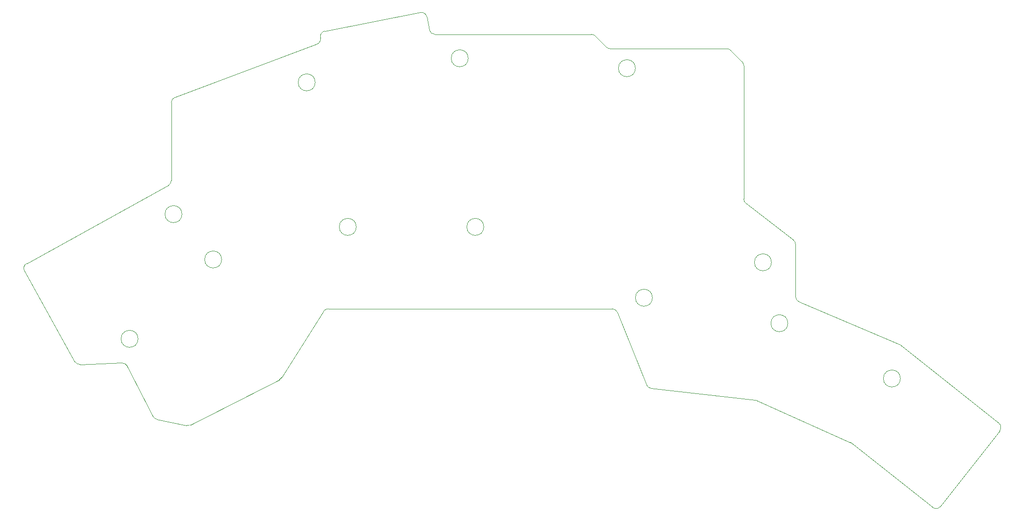
<source format=gbr>
%TF.GenerationSoftware,KiCad,Pcbnew,9.0.3*%
%TF.CreationDate,2025-08-09T00:32:57-04:00*%
%TF.ProjectId,darling,6461726c-696e-4672-9e6b-696361645f70,rev?*%
%TF.SameCoordinates,Original*%
%TF.FileFunction,Profile,NP*%
%FSLAX46Y46*%
G04 Gerber Fmt 4.6, Leading zero omitted, Abs format (unit mm)*
G04 Created by KiCad (PCBNEW 9.0.3) date 2025-08-09 00:32:57*
%MOMM*%
%LPD*%
G01*
G04 APERTURE LIST*
%TA.AperFunction,Profile*%
%ADD10C,0.050000*%
%TD*%
G04 APERTURE END LIST*
D10*
X166524000Y-85600000D02*
G75*
G02*
X163476000Y-85600000I-1524000J0D01*
G01*
X163476000Y-85600000D02*
G75*
G02*
X166524000Y-85600000I1524000J0D01*
G01*
X158984624Y-64100323D02*
G75*
G02*
X158600008Y-63312089I615376J788223D01*
G01*
X160645984Y-99382534D02*
G75*
G02*
X160941468Y-99463255I-112684J-993666D01*
G01*
X131285800Y-33800000D02*
G75*
G02*
X131996083Y-34096041I0J-1000100D01*
G01*
X102242710Y-32990807D02*
X101794229Y-30683549D01*
X158307100Y-38707100D02*
G75*
G02*
X158599990Y-39414214I-707100J-707100D01*
G01*
X53378175Y-102800263D02*
G75*
G02*
X52700821Y-102291765I205225J978763D01*
G01*
X134714200Y-36400000D02*
G75*
G02*
X134010079Y-36110121I0J1000100D01*
G01*
X139192000Y-39878000D02*
G75*
G02*
X136144000Y-39878000I-1524000J0D01*
G01*
X136144000Y-39878000D02*
G75*
G02*
X139192000Y-39878000I1524000J0D01*
G01*
X89154000Y-68326000D02*
G75*
G02*
X86106000Y-68326000I-1524000J0D01*
G01*
X86106000Y-68326000D02*
G75*
G02*
X89154000Y-68326000I1524000J0D01*
G01*
X59414237Y-103839778D02*
X75401699Y-95688154D01*
X57912000Y-66040000D02*
G75*
G02*
X54864000Y-66040000I-1524000J0D01*
G01*
X54864000Y-66040000D02*
G75*
G02*
X57912000Y-66040000I1524000J0D01*
G01*
X204322776Y-103481150D02*
G75*
G02*
X204489066Y-104880877I-621276J-783550D01*
G01*
X56000002Y-46028700D02*
G75*
G02*
X56641770Y-45095031I1000198J-100D01*
G01*
X82728151Y-34381522D02*
X82739045Y-34437564D01*
X100622249Y-29892640D02*
X83510445Y-33210749D01*
X186510246Y-89395446D02*
G75*
G02*
X186648907Y-89467548I-391746J-922754D01*
G01*
X75757880Y-95350596D02*
G75*
G02*
X75401700Y-95688156I-844980J534896D01*
G01*
X193868810Y-118456050D02*
X204489085Y-104880891D01*
X83281665Y-83465196D02*
G75*
G02*
X84126774Y-83000119I844835J-534804D01*
G01*
X204322776Y-103481150D02*
X186648906Y-89467549D01*
X186690000Y-95504000D02*
G75*
G02*
X183642000Y-95504000I-1524000J0D01*
G01*
X183642000Y-95504000D02*
G75*
G02*
X186690000Y-95504000I1524000J0D01*
G01*
X131285800Y-33800000D02*
X103224300Y-33800000D01*
X55482908Y-60855735D02*
X30077009Y-74866354D01*
X177901277Y-107080463D02*
X192467202Y-118629343D01*
X134714200Y-36400000D02*
X155585800Y-36400000D01*
X39611627Y-92979612D02*
X47164676Y-92721694D01*
X59414237Y-103839778D02*
G75*
G02*
X58754786Y-103927614I-454237J890878D01*
G01*
X47164676Y-92721694D02*
G75*
G02*
X48089234Y-93266134I34124J-999306D01*
G01*
X100622249Y-29892640D02*
G75*
G02*
X101794184Y-30683558I190351J-981660D01*
G01*
X142240000Y-81026000D02*
G75*
G02*
X139192000Y-81026000I-1524000J0D01*
G01*
X139192000Y-81026000D02*
G75*
G02*
X142240000Y-81026000I1524000J0D01*
G01*
X167512041Y-70699756D02*
X158984624Y-64100323D01*
X48089255Y-93266123D02*
X52700823Y-102291764D01*
X193868810Y-118456050D02*
G75*
G02*
X192467212Y-118629330I-787710J616350D01*
G01*
X135024204Y-83010500D02*
G75*
G02*
X135953888Y-83642657I-204J-1000000D01*
G01*
X168509508Y-81758668D02*
X186510246Y-89395446D01*
X82739045Y-34437564D02*
G75*
G02*
X82097602Y-35568845I-981745J-190836D01*
G01*
X167512041Y-70699756D02*
G75*
G02*
X167899961Y-71485309I-612141J-790844D01*
G01*
X168509508Y-81758668D02*
G75*
G02*
X167900004Y-80838000I390592J920668D01*
G01*
X131996062Y-34096062D02*
X134010100Y-36110100D01*
X53378175Y-102800263D02*
X58754785Y-103927617D01*
X112014000Y-68326000D02*
G75*
G02*
X108966000Y-68326000I-1524000J0D01*
G01*
X108966000Y-68326000D02*
G75*
G02*
X112014000Y-68326000I1524000J0D01*
G01*
X141992821Y-97267227D02*
X160645984Y-99382534D01*
X135953888Y-83642657D02*
X141179766Y-96651759D01*
X50038000Y-88392000D02*
G75*
G02*
X46990000Y-88392000I-1524000J0D01*
G01*
X46990000Y-88392000D02*
G75*
G02*
X50038000Y-88392000I1524000J0D01*
G01*
X135024204Y-83010500D02*
X84126774Y-83000112D01*
X155585800Y-36400000D02*
G75*
G02*
X156296083Y-36696041I0J-1000100D01*
G01*
X109220000Y-38100000D02*
G75*
G02*
X106172000Y-38100000I-1524000J0D01*
G01*
X106172000Y-38100000D02*
G75*
G02*
X109220000Y-38100000I1524000J0D01*
G01*
X82728151Y-34381522D02*
G75*
G02*
X83510429Y-33210672I981749J190822D01*
G01*
X156296062Y-36696062D02*
X158307100Y-38707100D01*
X103224300Y-33800000D02*
G75*
G02*
X102242753Y-32990799I0J999900D01*
G01*
X29685639Y-76227451D02*
G75*
G02*
X30077015Y-74866364I874161J485451D01*
G01*
X39611627Y-92979612D02*
G75*
G02*
X38705653Y-92469968I-34127J999412D01*
G01*
X65024000Y-74168000D02*
G75*
G02*
X61976000Y-74168000I-1524000J0D01*
G01*
X61976000Y-74168000D02*
G75*
G02*
X65024000Y-74168000I1524000J0D01*
G01*
X75757880Y-95350596D02*
X83281665Y-83465196D01*
X56000000Y-59980100D02*
G75*
G02*
X55482898Y-60855717I-999900J0D01*
G01*
X163576000Y-74676000D02*
G75*
G02*
X160528000Y-74676000I-1524000J0D01*
G01*
X160528000Y-74676000D02*
G75*
G02*
X163576000Y-74676000I1524000J0D01*
G01*
X81788000Y-42418000D02*
G75*
G02*
X78740000Y-42418000I-1524000J0D01*
G01*
X78740000Y-42418000D02*
G75*
G02*
X81788000Y-42418000I1524000J0D01*
G01*
X29685639Y-76227451D02*
X38705655Y-92469967D01*
X82097618Y-35568890D02*
X56641759Y-45095004D01*
X158600000Y-39414214D02*
X158600000Y-63312089D01*
X141992821Y-97267227D02*
G75*
G02*
X141179707Y-96651783I112679J993727D01*
G01*
X56000002Y-46028700D02*
X56000000Y-59980100D01*
X177684817Y-106948506D02*
G75*
G02*
X177901269Y-107080472I-408117J-912894D01*
G01*
X167900000Y-80838000D02*
X167900000Y-71485309D01*
X160941472Y-99463246D02*
X177684817Y-106948506D01*
M02*

</source>
